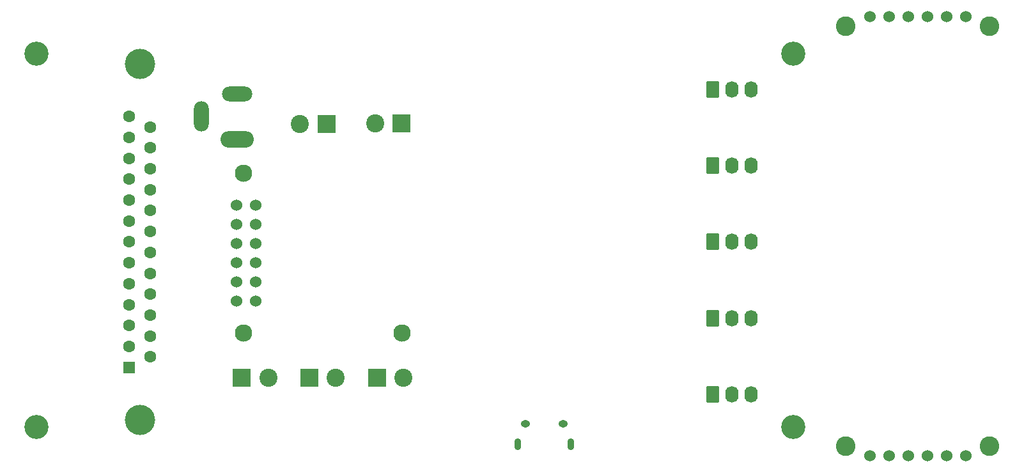
<source format=gbr>
%TF.GenerationSoftware,KiCad,Pcbnew,(6.0.0-0)*%
%TF.CreationDate,2022-12-05T15:29:04-05:00*%
%TF.ProjectId,Dome_Controller_V2,446f6d65-5f43-46f6-9e74-726f6c6c6572,2.0*%
%TF.SameCoordinates,Original*%
%TF.FileFunction,Soldermask,Bot*%
%TF.FilePolarity,Negative*%
%FSLAX46Y46*%
G04 Gerber Fmt 4.6, Leading zero omitted, Abs format (unit mm)*
G04 Created by KiCad (PCBNEW (6.0.0-0)) date 2022-12-05 15:29:04*
%MOMM*%
%LPD*%
G01*
G04 APERTURE LIST*
G04 Aperture macros list*
%AMRoundRect*
0 Rectangle with rounded corners*
0 $1 Rounding radius*
0 $2 $3 $4 $5 $6 $7 $8 $9 X,Y pos of 4 corners*
0 Add a 4 corners polygon primitive as box body*
4,1,4,$2,$3,$4,$5,$6,$7,$8,$9,$2,$3,0*
0 Add four circle primitives for the rounded corners*
1,1,$1+$1,$2,$3*
1,1,$1+$1,$4,$5*
1,1,$1+$1,$6,$7*
1,1,$1+$1,$8,$9*
0 Add four rect primitives between the rounded corners*
20,1,$1+$1,$2,$3,$4,$5,0*
20,1,$1+$1,$4,$5,$6,$7,0*
20,1,$1+$1,$6,$7,$8,$9,0*
20,1,$1+$1,$8,$9,$2,$3,0*%
G04 Aperture macros list end*
%ADD10C,3.200000*%
%ADD11R,2.400000X2.400000*%
%ADD12C,2.400000*%
%ADD13O,4.400000X2.200000*%
%ADD14O,4.000000X2.000000*%
%ADD15O,2.000000X4.000000*%
%ADD16RoundRect,0.250000X-0.620000X-0.845000X0.620000X-0.845000X0.620000X0.845000X-0.620000X0.845000X0*%
%ADD17O,1.740000X2.190000*%
%ADD18O,1.250000X0.950000*%
%ADD19O,0.890000X1.550000*%
%ADD20C,1.524000*%
%ADD21C,2.300000*%
%ADD22C,2.600000*%
%ADD23C,4.000000*%
%ADD24R,1.600000X1.600000*%
%ADD25C,1.600000*%
G04 APERTURE END LIST*
D10*
%TO.C,REF\u002A\u002A*%
X48750000Y-106250000D03*
%TD*%
D11*
%TO.C,J7*%
X75960000Y-99686000D03*
D12*
X79460000Y-99686000D03*
%TD*%
D13*
%TO.C,J14*%
X75314000Y-68124000D03*
D14*
X75314000Y-62124000D03*
D15*
X70614000Y-65124000D03*
%TD*%
D16*
%TO.C,J4*%
X138342000Y-81723000D03*
D17*
X140882000Y-81723000D03*
X143422000Y-81723000D03*
%TD*%
D18*
%TO.C,J1*%
X118488000Y-105808000D03*
D19*
X112488000Y-108508000D03*
X119488000Y-108508000D03*
D18*
X113488000Y-105808000D03*
%TD*%
D16*
%TO.C,J10*%
X138342000Y-61534000D03*
D17*
X140882000Y-61534000D03*
X143422000Y-61534000D03*
%TD*%
D11*
%TO.C,J9*%
X84899000Y-99686000D03*
D12*
X88399000Y-99686000D03*
%TD*%
D16*
%TO.C,J11*%
X138342000Y-91817500D03*
D17*
X140882000Y-91817500D03*
X143422000Y-91817500D03*
%TD*%
D11*
%TO.C,J8*%
X93838000Y-99686000D03*
D12*
X97338000Y-99686000D03*
%TD*%
D20*
%TO.C,U6*%
X75279000Y-76841000D03*
X75279000Y-79381000D03*
X75279000Y-81921000D03*
X75279000Y-84461000D03*
X75279000Y-87001000D03*
X75279000Y-89541000D03*
X77819000Y-89541000D03*
X77819000Y-87001000D03*
X77819000Y-84461000D03*
X77819000Y-81921000D03*
X77819000Y-79381000D03*
X77819000Y-76841000D03*
D21*
X76209000Y-72591000D03*
X76209000Y-93791000D03*
X97209000Y-93791000D03*
%TD*%
D11*
%TO.C,J5*%
X87160000Y-66064000D03*
D12*
X83660000Y-66064000D03*
%TD*%
D10*
%TO.C,REF\u002A\u002A*%
X48750000Y-56750000D03*
%TD*%
D20*
%TO.C,U7*%
X159144000Y-110077000D03*
X161684000Y-110077000D03*
X164224000Y-110077000D03*
X166764000Y-110077000D03*
X169304000Y-110077000D03*
X171844000Y-110077000D03*
X159144000Y-51911000D03*
X161684000Y-51911000D03*
X164224000Y-51911000D03*
X166764000Y-51911000D03*
X169304000Y-51911000D03*
X171844000Y-51911000D03*
D22*
X155969000Y-53181000D03*
X175019000Y-53181000D03*
X175019000Y-108807000D03*
X155969000Y-108807000D03*
%TD*%
D10*
%TO.C,REF\u002A\u002A*%
X149000000Y-106250000D03*
%TD*%
D11*
%TO.C,J6*%
X97086000Y-66060000D03*
D12*
X93586000Y-66060000D03*
%TD*%
D23*
%TO.C,J13*%
X62423338Y-105272000D03*
X62423338Y-58172000D03*
D24*
X61003338Y-98342000D03*
D25*
X61003338Y-95572000D03*
X61003338Y-92802000D03*
X61003338Y-90032000D03*
X61003338Y-87262000D03*
X61003338Y-84492000D03*
X61003338Y-81722000D03*
X61003338Y-78952000D03*
X61003338Y-76182000D03*
X61003338Y-73412000D03*
X61003338Y-70642000D03*
X61003338Y-67872000D03*
X61003338Y-65102000D03*
X63843338Y-96957000D03*
X63843338Y-94187000D03*
X63843338Y-91417000D03*
X63843338Y-88647000D03*
X63843338Y-85877000D03*
X63843338Y-83107000D03*
X63843338Y-80337000D03*
X63843338Y-77567000D03*
X63843338Y-74797000D03*
X63843338Y-72027000D03*
X63843338Y-69257000D03*
X63843338Y-66487000D03*
%TD*%
D16*
%TO.C,J12*%
X138342000Y-71628500D03*
D17*
X140882000Y-71628500D03*
X143422000Y-71628500D03*
%TD*%
D10*
%TO.C,REF\u002A\u002A*%
X149000000Y-56750000D03*
%TD*%
D16*
%TO.C,J16*%
X138342000Y-101912000D03*
D17*
X140882000Y-101912000D03*
X143422000Y-101912000D03*
%TD*%
M02*

</source>
